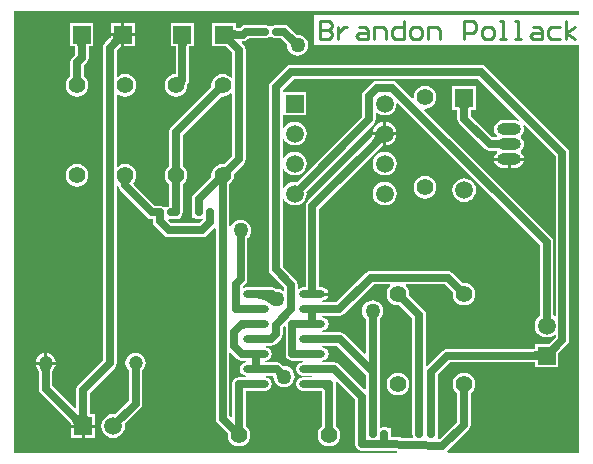
<source format=gtl>
%FSLAX25Y25*%
%MOIN*%
G70*
G01*
G75*
G04 Layer_Physical_Order=1*
G04 Layer_Color=255*
%ADD10C,0.02500*%
%ADD11R,0.05906X0.05906*%
%ADD12O,0.08661X0.02362*%
%ADD13R,0.02362X0.01969*%
%ADD14C,0.01000*%
%ADD15C,0.05512*%
%ADD16C,0.04724*%
%ADD17O,0.07874X0.03937*%
%ADD18O,0.07874X0.03937*%
%ADD19R,0.05906X0.05906*%
%ADD20C,0.05906*%
%ADD21C,0.05000*%
G36*
X281706Y172350D02*
Y148722D01*
X281181Y148319D01*
X280547Y147493D01*
X280149Y146532D01*
X280013Y145500D01*
X280149Y144468D01*
X280547Y143507D01*
X281181Y142681D01*
X282007Y142047D01*
X282968Y141649D01*
X284000Y141513D01*
X285032Y141649D01*
X285993Y142047D01*
X286558Y142480D01*
X287006Y142259D01*
Y141750D01*
X284708Y139453D01*
X280047D01*
Y137796D01*
X280038Y137794D01*
X250969D01*
X250091Y137619D01*
X249346Y137122D01*
X244288Y132063D01*
X243826Y132255D01*
Y148968D01*
X243651Y149846D01*
X243154Y150591D01*
X238225Y155519D01*
X238288Y156000D01*
X238159Y156981D01*
X237781Y157894D01*
X237179Y158679D01*
X237109Y158732D01*
X237269Y159206D01*
X250050D01*
X252775Y156481D01*
X252712Y156000D01*
X252841Y155019D01*
X253219Y154106D01*
X253821Y153321D01*
X254606Y152719D01*
X255520Y152341D01*
X256500Y152212D01*
X257481Y152341D01*
X258394Y152719D01*
X259179Y153321D01*
X259781Y154106D01*
X260159Y155019D01*
X260288Y156000D01*
X260159Y156981D01*
X259781Y157894D01*
X259179Y158679D01*
X258394Y159281D01*
X257481Y159659D01*
X256500Y159788D01*
X256019Y159725D01*
X252622Y163122D01*
X251878Y163619D01*
X251000Y163794D01*
X225400D01*
X224522Y163619D01*
X223778Y163122D01*
X213950Y153294D01*
X209225D01*
X209176Y153792D01*
X209949Y153946D01*
X210671Y154428D01*
X211153Y155149D01*
X211223Y155500D01*
X205949D01*
Y156500D01*
X211223D01*
X211153Y156851D01*
X210671Y157572D01*
X209949Y158054D01*
X209098Y158224D01*
X208243D01*
Y184499D01*
X228715Y204971D01*
X228715D01*
D01*
X228715Y204971D01*
X228715Y204971D01*
D01*
D01*
D01*
D01*
X228715Y204971D01*
X228820Y205076D01*
X229293Y205392D01*
X229500Y205433D01*
Y209000D01*
X225933D01*
X225892Y208793D01*
X225576Y208320D01*
X225471Y208215D01*
X225471D01*
X225471Y208215D01*
D01*
D01*
Y208215D01*
X225471Y208215D01*
D01*
D01*
D01*
X225471Y208215D01*
D01*
X204327Y187071D01*
X203829Y186327D01*
X203655Y185449D01*
Y158224D01*
X202799D01*
X201948Y158054D01*
X201585Y157812D01*
X201144Y158048D01*
Y159063D01*
X200970Y159941D01*
X200472Y160685D01*
X195994Y165163D01*
Y187561D01*
X196484Y187658D01*
X196547Y187507D01*
X197181Y186681D01*
X198007Y186047D01*
X198968Y185649D01*
X200000Y185513D01*
X201032Y185649D01*
X201993Y186047D01*
X202819Y186681D01*
X203453Y187507D01*
X203851Y188468D01*
X203987Y189500D01*
X203901Y190156D01*
X226322Y212578D01*
X226322Y212578D01*
X226322Y212578D01*
X226819Y213322D01*
X226994Y214200D01*
Y216259D01*
X227443Y216480D01*
X228007Y216047D01*
X228968Y215649D01*
X230000Y215513D01*
X231032Y215649D01*
X231993Y216047D01*
X232819Y216681D01*
X233453Y217507D01*
X233851Y218468D01*
X233979Y219442D01*
X234453Y219603D01*
X281706Y172350D01*
D02*
G37*
G36*
X179206Y222782D02*
Y202001D01*
X176481Y199276D01*
X176000Y199339D01*
X175020Y199210D01*
X174106Y198832D01*
X173321Y198230D01*
X172719Y197445D01*
X172341Y196532D01*
X172212Y195551D01*
X172275Y195071D01*
X166409Y189205D01*
X165912Y188461D01*
X165737Y187583D01*
Y183181D01*
X165850Y182613D01*
Y181197D01*
X166951D01*
X167154Y181062D01*
X168032Y180887D01*
X168910Y181062D01*
X168910D01*
X169268Y181197D01*
D01*
X169459Y180735D01*
X168287Y179563D01*
X158982D01*
X157941Y180604D01*
X158176Y181045D01*
X158969Y180887D01*
X160500D01*
X161378Y181062D01*
X162122Y181559D01*
X162619Y182303D01*
X162794Y183181D01*
X162794Y183181D01*
X162794Y183181D01*
Y183181D01*
Y192577D01*
X163179Y192873D01*
X163781Y193657D01*
X164159Y194571D01*
X164288Y195551D01*
X164159Y196532D01*
X163781Y197445D01*
X163179Y198230D01*
X162794Y198525D01*
Y209101D01*
X175519Y221826D01*
X176000Y221763D01*
X176980Y221892D01*
X177894Y222270D01*
X178679Y222872D01*
X178732Y222942D01*
X179206Y222782D01*
D02*
G37*
G36*
X223737Y129050D02*
Y124460D01*
X223275Y124269D01*
X214922Y132622D01*
X214178Y133119D01*
X213300Y133294D01*
X209225D01*
X209176Y133792D01*
X209949Y133946D01*
X210671Y134427D01*
X211153Y135149D01*
X211322Y136000D01*
X211153Y136851D01*
X210671Y137573D01*
X209949Y138055D01*
X209176Y138208D01*
X209225Y138706D01*
X214081D01*
X223737Y129050D01*
D02*
G37*
G36*
X274908Y214148D02*
X274630Y213732D01*
X274243Y213892D01*
X273468Y213994D01*
X269531D01*
X268757Y213892D01*
X268034Y213593D01*
X267414Y213117D01*
X266938Y212497D01*
X266639Y211775D01*
X266537Y211000D01*
X266639Y210225D01*
X266938Y209503D01*
X267414Y208883D01*
X267565Y208768D01*
X267404Y208294D01*
X265950D01*
X258794Y215450D01*
Y217392D01*
X258796Y217402D01*
X260453D01*
Y225307D01*
X252547D01*
Y217402D01*
X254204D01*
X254206Y217392D01*
Y214500D01*
X254380Y213622D01*
X254878Y212878D01*
X263378Y204378D01*
X264122Y203881D01*
X265000Y203706D01*
X267404D01*
X267565Y203232D01*
X267414Y203117D01*
X266938Y202497D01*
X266639Y201775D01*
X266603Y201500D01*
X276397D01*
X276361Y201775D01*
X276062Y202497D01*
X275586Y203117D01*
X275413Y203250D01*
Y203750D01*
X275586Y203883D01*
X276062Y204503D01*
X276361Y205225D01*
X276463Y206000D01*
X276361Y206775D01*
X276062Y207497D01*
X275586Y208117D01*
X275413Y208250D01*
Y208750D01*
X275586Y208883D01*
X276062Y209503D01*
X276361Y210225D01*
X276463Y211000D01*
X276361Y211775D01*
X276200Y212162D01*
X276616Y212440D01*
X287006Y202050D01*
Y148741D01*
X286719Y148599D01*
X286294Y148863D01*
Y173300D01*
X286120Y174178D01*
X285622Y174922D01*
X243222Y217322D01*
X243444Y217770D01*
X243500Y217763D01*
X244480Y217892D01*
X245394Y218270D01*
X246179Y218872D01*
X246781Y219657D01*
X247159Y220571D01*
X247288Y221551D01*
X247159Y222532D01*
X246781Y223445D01*
X246179Y224230D01*
X245394Y224832D01*
X244480Y225210D01*
X243500Y225340D01*
X242519Y225210D01*
X241606Y224832D01*
X240821Y224230D01*
X240219Y223445D01*
X239841Y222532D01*
X239712Y221551D01*
X239719Y221495D01*
X239271Y221274D01*
X234122Y226422D01*
X233378Y226920D01*
X232500Y227094D01*
X227500D01*
X226622Y226920D01*
X225878Y226422D01*
X223078Y223622D01*
X222581Y222878D01*
X222406Y222000D01*
Y215150D01*
X200656Y193401D01*
X200000Y193487D01*
X198968Y193351D01*
X198007Y192953D01*
X197181Y192319D01*
X196547Y191493D01*
X196484Y191342D01*
X195994Y191439D01*
Y197561D01*
X196484Y197658D01*
X196547Y197507D01*
X197181Y196681D01*
X198007Y196047D01*
X198968Y195649D01*
X200000Y195513D01*
X201032Y195649D01*
X201993Y196047D01*
X202819Y196681D01*
X203453Y197507D01*
X203851Y198468D01*
X203987Y199500D01*
X203851Y200532D01*
X203453Y201493D01*
X202819Y202319D01*
X201993Y202953D01*
X201032Y203351D01*
X200000Y203487D01*
X198968Y203351D01*
X198007Y202953D01*
X197181Y202319D01*
X196547Y201493D01*
X196484Y201342D01*
X195994Y201439D01*
Y207561D01*
X196484Y207658D01*
X196547Y207507D01*
X197181Y206681D01*
X198007Y206047D01*
X198968Y205649D01*
X200000Y205513D01*
X201032Y205649D01*
X201993Y206047D01*
X202819Y206681D01*
X203453Y207507D01*
X203851Y208468D01*
X203987Y209500D01*
X203851Y210532D01*
X203453Y211493D01*
X202819Y212319D01*
X201993Y212953D01*
X201032Y213351D01*
X200000Y213487D01*
X198968Y213351D01*
X198007Y212953D01*
X197181Y212319D01*
X196547Y211493D01*
X196484Y211342D01*
X195994Y211439D01*
Y215547D01*
X195994D01*
X196047D01*
X196348Y215547D01*
X196348Y215547D01*
Y215547D01*
X203953D01*
Y223453D01*
X196348D01*
X196348Y223453D01*
Y223453D01*
X196047Y223453D01*
X195994Y223506D01*
Y224050D01*
X199750Y227806D01*
X261250D01*
X274908Y214148D01*
D02*
G37*
G36*
X180878Y134378D02*
X181622Y133880D01*
X182500Y133706D01*
X183775D01*
X183824Y133208D01*
X183051Y133054D01*
X182329Y132572D01*
X181847Y131851D01*
X181678Y131000D01*
X181847Y130149D01*
X182329Y129428D01*
X183051Y128946D01*
X183824Y128792D01*
X183775Y128294D01*
X181500D01*
X180622Y128120D01*
X179878Y127622D01*
X179381Y126878D01*
X179206Y126000D01*
Y115192D01*
X178744Y115000D01*
X178294Y115450D01*
Y136308D01*
X178756Y136500D01*
X180878Y134378D01*
D02*
G37*
G36*
X231891Y158732D02*
X231821Y158679D01*
X231219Y157894D01*
X230841Y156981D01*
X230712Y156000D01*
X230841Y155019D01*
X231219Y154106D01*
X231821Y153321D01*
X232606Y152719D01*
X233520Y152341D01*
X234500Y152212D01*
X234981Y152275D01*
X239237Y148018D01*
Y109500D01*
X239351Y108932D01*
Y108269D01*
X238990Y107923D01*
X232263Y108201D01*
Y109500D01*
X232150Y110068D01*
Y111484D01*
X231049D01*
X230847Y111619D01*
X229969Y111794D01*
X229091Y111619D01*
X228888Y111484D01*
X228326D01*
Y130000D01*
X228326Y130000D01*
X228326Y130000D01*
Y130000D01*
Y147749D01*
X228528Y147904D01*
X229089Y148635D01*
X229441Y149486D01*
X229562Y150400D01*
X229441Y151314D01*
X229089Y152165D01*
X228528Y152896D01*
X227797Y153457D01*
X226945Y153810D01*
X226031Y153930D01*
X225118Y153810D01*
X224266Y153457D01*
X223535Y152896D01*
X222974Y152165D01*
X222621Y151314D01*
X222501Y150400D01*
X222621Y149486D01*
X222974Y148635D01*
X223535Y147904D01*
X223737Y147749D01*
Y136192D01*
X223275Y136000D01*
X216654Y142622D01*
X215909Y143120D01*
X215031Y143294D01*
X209225D01*
X209176Y143792D01*
X209949Y143946D01*
X210671Y144428D01*
X211153Y145149D01*
X211322Y146000D01*
X211153Y146851D01*
X210671Y147573D01*
X209949Y148055D01*
X209176Y148208D01*
X209225Y148706D01*
X214900D01*
X215778Y148881D01*
X216522Y149378D01*
X216522Y149378D01*
X216522Y149378D01*
X226350Y159206D01*
X231731D01*
X231891Y158732D01*
D02*
G37*
G36*
X294971Y248998D02*
X206500D01*
Y239000D01*
X294971D01*
Y103029D01*
X250987D01*
X250851Y103511D01*
X250854Y103512D01*
X250882Y103551D01*
X250922Y103578D01*
X258122Y110778D01*
X258619Y111522D01*
X258794Y112400D01*
X258794Y112400D01*
X258794Y112400D01*
Y112400D01*
Y123026D01*
X259179Y123321D01*
X259781Y124106D01*
X260159Y125020D01*
X260288Y126000D01*
X260159Y126980D01*
X259781Y127894D01*
X259179Y128679D01*
X258394Y129281D01*
X257481Y129659D01*
X256500Y129788D01*
X255520Y129659D01*
X254606Y129281D01*
X253821Y128679D01*
X253219Y127894D01*
X252841Y126980D01*
X252712Y126000D01*
X252841Y125020D01*
X253219Y124106D01*
X253821Y123321D01*
X254206Y123026D01*
Y113350D01*
X248389Y107534D01*
X247650Y107564D01*
Y108932D01*
X247763Y109500D01*
Y129050D01*
X251919Y133206D01*
X280038D01*
X280047Y133204D01*
Y131547D01*
X287953D01*
Y136208D01*
X290922Y139178D01*
X291420Y139922D01*
X291594Y140800D01*
Y203000D01*
X291594Y203000D01*
X291594Y203000D01*
Y203000D01*
X291594D01*
X291594Y203000D01*
X291420Y203878D01*
X290922Y204622D01*
X263822Y231722D01*
X263078Y232220D01*
X262200Y232394D01*
X198800D01*
X197922Y232220D01*
X197178Y231722D01*
X192078Y226622D01*
X191580Y225878D01*
X191406Y225000D01*
Y164213D01*
X191580Y163335D01*
X192078Y162591D01*
X196556Y158113D01*
Y157392D01*
X196107Y157171D01*
X195865Y157357D01*
X195014Y157710D01*
X194100Y157830D01*
X193775Y157787D01*
X193278Y158119D01*
X192400Y158294D01*
X187051D01*
X186698Y158224D01*
X183902D01*
X183081Y158061D01*
X182942Y158174D01*
X182918Y158673D01*
X183622Y159378D01*
X183622Y159378D01*
X183622Y159378D01*
X184119Y160122D01*
X184294Y161000D01*
Y174549D01*
X184496Y174704D01*
X185057Y175435D01*
X185410Y176286D01*
X185530Y177200D01*
X185410Y178114D01*
X185057Y178965D01*
X184496Y179696D01*
X183765Y180257D01*
X182914Y180610D01*
X182000Y180730D01*
X181086Y180610D01*
X180235Y180257D01*
X179504Y179696D01*
X178943Y178965D01*
X178785Y178583D01*
X178294Y178681D01*
Y192577D01*
X178679Y192873D01*
X179281Y193657D01*
X179659Y194571D01*
X179788Y195551D01*
X179725Y196032D01*
X183122Y199429D01*
X183619Y200173D01*
X183794Y201051D01*
Y237390D01*
X183619Y238268D01*
X183122Y239012D01*
X182390Y239744D01*
X182581Y240206D01*
X182700D01*
X183578Y240381D01*
X184322Y240878D01*
X184650Y241206D01*
X190032D01*
X190910Y241381D01*
X191112Y241516D01*
X192888D01*
X193091Y241381D01*
X193969Y241206D01*
X195550D01*
X197503Y239253D01*
X197470Y239000D01*
X197590Y238086D01*
X197943Y237235D01*
X198504Y236504D01*
X199235Y235943D01*
X200086Y235590D01*
X201000Y235470D01*
X201914Y235590D01*
X202765Y235943D01*
X203496Y236504D01*
X204057Y237235D01*
X204410Y238086D01*
X204530Y239000D01*
X204410Y239914D01*
X204057Y240765D01*
X203496Y241496D01*
X202765Y242057D01*
X201914Y242410D01*
X201000Y242530D01*
X200747Y242497D01*
X198122Y245122D01*
X197378Y245620D01*
X196500Y245794D01*
X193969D01*
X193091Y245620D01*
X192888Y245484D01*
X191112D01*
X190910Y245620D01*
X190032Y245794D01*
X183700D01*
X182822Y245620D01*
X182078Y245122D01*
X181750Y244794D01*
X180352D01*
X180343Y244796D01*
Y246453D01*
X172437D01*
Y238547D01*
X177098D01*
X179206Y236440D01*
Y228321D01*
X178732Y228160D01*
X178679Y228230D01*
X177894Y228832D01*
X176980Y229210D01*
X176000Y229340D01*
X175020Y229210D01*
X174106Y228832D01*
X173321Y228230D01*
X172719Y227445D01*
X172341Y226532D01*
X172212Y225551D01*
X172275Y225071D01*
X158878Y211673D01*
X158380Y210929D01*
X158206Y210051D01*
Y198525D01*
X157821Y198230D01*
X157219Y197445D01*
X156841Y196532D01*
X156712Y195551D01*
X156841Y194571D01*
X157219Y193657D01*
X157821Y192873D01*
X158206Y192577D01*
Y185324D01*
X158091Y185301D01*
X157888Y185166D01*
X156112D01*
X155909Y185301D01*
X155031Y185475D01*
X153450D01*
X146592Y192333D01*
X146179Y192873D01*
X146781Y193657D01*
X147159Y194571D01*
X147288Y195551D01*
X147159Y196532D01*
X146781Y197445D01*
X146179Y198230D01*
X145394Y198832D01*
X144481Y199210D01*
X143500Y199339D01*
X142519Y199210D01*
X141606Y198832D01*
X141142Y198476D01*
X140694Y198698D01*
Y222405D01*
X141142Y222626D01*
X141606Y222270D01*
X142519Y221892D01*
X143500Y221763D01*
X144481Y221892D01*
X145394Y222270D01*
X146179Y222872D01*
X146781Y223657D01*
X147159Y224571D01*
X147288Y225551D01*
X147159Y226532D01*
X146781Y227445D01*
X146179Y228230D01*
X145394Y228832D01*
X144481Y229210D01*
X143500Y229340D01*
X142519Y229210D01*
X141606Y228832D01*
X141142Y228477D01*
X140694Y228698D01*
Y237143D01*
X141522Y237971D01*
X141522D01*
D01*
X141522Y237971D01*
X141522Y237971D01*
D01*
D01*
D01*
D01*
X141522Y237971D01*
X141628Y238076D01*
X142101Y238392D01*
X142307Y238433D01*
Y242000D01*
X138740D01*
X138699Y241793D01*
X138383Y241320D01*
X138278Y241215D01*
X138278D01*
X138278Y241215D01*
D01*
D01*
Y241215D01*
X138278Y241215D01*
D01*
D01*
D01*
X138278Y241215D01*
D01*
X136778Y239715D01*
X136281Y238971D01*
X136106Y238093D01*
Y133950D01*
X127878Y125722D01*
X127381Y124978D01*
X127206Y124100D01*
Y118192D01*
X126744Y118000D01*
X119294Y125450D01*
Y130377D01*
X119365Y130547D01*
X119409Y130591D01*
X119409Y130591D01*
X119536Y130781D01*
X119937Y131304D01*
X120276Y132122D01*
X120325Y132500D01*
X113675D01*
X113724Y132122D01*
X114063Y131304D01*
X114464Y130781D01*
X114591Y130591D01*
X114591Y130591D01*
X114636Y130547D01*
X114706Y130377D01*
X114706Y130377D01*
X114706D01*
Y124500D01*
X114881Y123622D01*
X115378Y122878D01*
X124971Y113285D01*
Y113285D01*
X124971Y113285D01*
X124971Y113285D01*
X124971Y113285D01*
D01*
D01*
D01*
D01*
X124971Y113285D01*
X125076Y113180D01*
X125392Y112706D01*
X125433Y112500D01*
X133453D01*
Y115953D01*
X131796D01*
X131794Y115962D01*
Y123150D01*
X140022Y131378D01*
X140022Y131378D01*
X140022Y131378D01*
X140519Y132122D01*
X140694Y133000D01*
Y192151D01*
X140777Y192207D01*
X141239Y192015D01*
X141381Y191303D01*
X141878Y190559D01*
X150878Y181559D01*
X151622Y181062D01*
X152500Y180887D01*
X152737D01*
Y180269D01*
X152912Y179391D01*
X153409Y178647D01*
X153409Y178646D01*
X153409Y178646D01*
X156409Y175646D01*
X156409D01*
X156409Y175646D01*
X156409Y175646D01*
Y175646D01*
X157153Y175149D01*
X158031Y174975D01*
X169237D01*
X170115Y175149D01*
X170859Y175646D01*
X173244Y178031D01*
X173706Y177840D01*
Y114500D01*
X173881Y113622D01*
X174378Y112878D01*
X174378Y112878D01*
X174378Y112878D01*
X177775Y109481D01*
X177712Y109000D01*
X177841Y108019D01*
X178219Y107106D01*
X178821Y106321D01*
X179606Y105719D01*
X180519Y105341D01*
X181500Y105212D01*
X182481Y105341D01*
X183394Y105719D01*
X184179Y106321D01*
X184781Y107106D01*
X185159Y108019D01*
X185288Y109000D01*
X185159Y109980D01*
X184781Y110894D01*
X184179Y111679D01*
X183794Y111974D01*
Y123706D01*
X187051D01*
X187404Y123776D01*
X190201D01*
X191052Y123945D01*
X191773Y124427D01*
X192255Y125149D01*
X192425Y126000D01*
X192255Y126851D01*
X191773Y127573D01*
X191052Y128054D01*
X190279Y128208D01*
X190328Y128706D01*
X192789D01*
X192970Y128500D01*
X193090Y127586D01*
X193443Y126735D01*
X194004Y126004D01*
X194735Y125443D01*
X195586Y125090D01*
X196500Y124970D01*
X197414Y125090D01*
X198265Y125443D01*
X198996Y126004D01*
X199557Y126735D01*
X199910Y127586D01*
X200030Y128500D01*
X199910Y129414D01*
X199557Y130265D01*
X198996Y130996D01*
X198265Y131557D01*
X197414Y131910D01*
X196500Y132030D01*
X196247Y131997D01*
X195622Y132622D01*
X194878Y133119D01*
X194000Y133294D01*
X190328D01*
X190279Y133792D01*
X191052Y133946D01*
X191773Y134427D01*
X192255Y135149D01*
X192425Y136000D01*
X192255Y136851D01*
X191773Y137573D01*
X191052Y138055D01*
X190279Y138208D01*
X190328Y138706D01*
X192100D01*
X192978Y138881D01*
X193722Y139378D01*
X193722Y139378D01*
X193722Y139378D01*
X195322Y140978D01*
X195322Y140978D01*
X195322Y140978D01*
X195819Y141722D01*
X195994Y142600D01*
Y144800D01*
X196544Y145350D01*
X197006Y145158D01*
Y136000D01*
X197006Y136000D01*
X197006D01*
X197180Y135122D01*
X197678Y134378D01*
X198422Y133880D01*
X199300Y133706D01*
X202672D01*
X202721Y133208D01*
X201948Y133054D01*
X201227Y132572D01*
X200745Y131851D01*
X200575Y131000D01*
X200745Y130149D01*
X201227Y129428D01*
X201948Y128946D01*
X202799Y128776D01*
X205596D01*
X205727Y128750D01*
Y128250D01*
X205596Y128224D01*
X202799D01*
X201948Y128054D01*
X201227Y127573D01*
X200745Y126851D01*
X200575Y126000D01*
X200745Y125149D01*
X201227Y124427D01*
X201948Y123945D01*
X202799Y123776D01*
X205596D01*
X205949Y123706D01*
X209170D01*
X209206Y123618D01*
Y111974D01*
X208821Y111679D01*
X208219Y110894D01*
X207841Y109980D01*
X207712Y109000D01*
X207841Y108019D01*
X208219Y107106D01*
X208821Y106321D01*
X209606Y105719D01*
X210520Y105341D01*
X211500Y105212D01*
X212480Y105341D01*
X213394Y105719D01*
X214179Y106321D01*
X214781Y107106D01*
X215159Y108019D01*
X215288Y109000D01*
X215159Y109980D01*
X214781Y110894D01*
X214179Y111679D01*
X213794Y111974D01*
Y126000D01*
X213649Y126730D01*
X214090Y126966D01*
X220206Y120850D01*
Y106000D01*
X220380Y105122D01*
X220878Y104378D01*
X221622Y103881D01*
X222500Y103706D01*
X229921D01*
X234189Y103529D01*
X234179Y103029D01*
X106529D01*
Y250471D01*
X294971D01*
Y248998D01*
D02*
G37*
%LPC*%
G36*
X230000Y193487D02*
X228968Y193351D01*
X228007Y192953D01*
X227181Y192319D01*
X226547Y191493D01*
X226149Y190532D01*
X226013Y189500D01*
X226149Y188468D01*
X226547Y187507D01*
X227181Y186681D01*
X228007Y186047D01*
X228968Y185649D01*
X230000Y185513D01*
X231032Y185649D01*
X231993Y186047D01*
X232819Y186681D01*
X233453Y187507D01*
X233851Y188468D01*
X233987Y189500D01*
X233851Y190532D01*
X233453Y191493D01*
X232819Y192319D01*
X231993Y192953D01*
X231032Y193351D01*
X230000Y193487D01*
D02*
G37*
G36*
X117500Y136325D02*
Y133500D01*
X120325D01*
X120276Y133878D01*
X119937Y134696D01*
X119398Y135398D01*
X118696Y135937D01*
X117878Y136276D01*
X117500Y136325D01*
D02*
G37*
G36*
X243500Y195340D02*
X242519Y195210D01*
X241606Y194832D01*
X240821Y194230D01*
X240219Y193445D01*
X239841Y192532D01*
X239712Y191551D01*
X239841Y190571D01*
X240219Y189657D01*
X240821Y188873D01*
X241606Y188270D01*
X242519Y187892D01*
X243500Y187763D01*
X244480Y187892D01*
X245394Y188270D01*
X246179Y188873D01*
X246781Y189657D01*
X247159Y190571D01*
X247288Y191551D01*
X247159Y192532D01*
X246781Y193445D01*
X246179Y194230D01*
X245394Y194832D01*
X244480Y195210D01*
X243500Y195340D01*
D02*
G37*
G36*
X256500Y194632D02*
X255468Y194497D01*
X254507Y194098D01*
X253681Y193465D01*
X253047Y192639D01*
X252649Y191677D01*
X252513Y190646D01*
X252649Y189614D01*
X253047Y188652D01*
X253681Y187827D01*
X254507Y187193D01*
X255468Y186795D01*
X256500Y186659D01*
X257532Y186795D01*
X258493Y187193D01*
X259319Y187827D01*
X259953Y188652D01*
X260351Y189614D01*
X260487Y190646D01*
X260351Y191677D01*
X259953Y192639D01*
X259319Y193465D01*
X258493Y194098D01*
X257532Y194497D01*
X256500Y194632D01*
D02*
G37*
G36*
X116500Y136325D02*
X116122Y136276D01*
X115304Y135937D01*
X114602Y135398D01*
X114063Y134696D01*
X113724Y133878D01*
X113675Y133500D01*
X116500D01*
Y136325D01*
D02*
G37*
G36*
X129000Y111500D02*
X125547D01*
Y108047D01*
X129000D01*
Y111500D01*
D02*
G37*
G36*
X133453D02*
X130000D01*
Y108047D01*
X133453D01*
Y111500D01*
D02*
G37*
G36*
X147000Y136391D02*
X146122Y136276D01*
X145304Y135937D01*
X144602Y135398D01*
X144063Y134696D01*
X143724Y133878D01*
X143609Y133000D01*
X143724Y132122D01*
X144063Y131304D01*
X144602Y130602D01*
X144706Y130522D01*
Y120450D01*
X140156Y115901D01*
X139500Y115987D01*
X138468Y115851D01*
X137507Y115453D01*
X136681Y114819D01*
X136047Y113993D01*
X135649Y113032D01*
X135513Y112000D01*
X135649Y110968D01*
X136047Y110007D01*
X136681Y109181D01*
X137507Y108547D01*
X138468Y108149D01*
X139500Y108013D01*
X140532Y108149D01*
X141493Y108547D01*
X142319Y109181D01*
X142953Y110007D01*
X143351Y110968D01*
X143487Y112000D01*
X143401Y112656D01*
X148622Y117878D01*
X148622Y117878D01*
X148622Y117878D01*
X149119Y118622D01*
X149294Y119500D01*
Y130522D01*
X149398Y130602D01*
X149937Y131304D01*
X150276Y132122D01*
X150391Y133000D01*
X150276Y133878D01*
X149937Y134696D01*
X149398Y135398D01*
X148696Y135937D01*
X147878Y136276D01*
X147000Y136391D01*
D02*
G37*
G36*
X234500Y129788D02*
X233520Y129659D01*
X232606Y129281D01*
X231821Y128679D01*
X231219Y127894D01*
X230841Y126980D01*
X230712Y126000D01*
X230841Y125020D01*
X231219Y124106D01*
X231821Y123321D01*
X232606Y122719D01*
X233520Y122341D01*
X234500Y122212D01*
X235480Y122341D01*
X236394Y122719D01*
X237179Y123321D01*
X237781Y124106D01*
X238159Y125020D01*
X238288Y126000D01*
X238159Y126980D01*
X237781Y127894D01*
X237179Y128679D01*
X236394Y129281D01*
X235480Y129659D01*
X234500Y129788D01*
D02*
G37*
G36*
X166563Y246453D02*
X158657D01*
Y238547D01*
X160314D01*
X160316Y238538D01*
Y229315D01*
X159520Y229210D01*
X158606Y228832D01*
X157821Y228230D01*
X157219Y227445D01*
X156841Y226532D01*
X156712Y225551D01*
X156841Y224571D01*
X157219Y223657D01*
X157821Y222872D01*
X158606Y222270D01*
X159520Y221892D01*
X160500Y221763D01*
X161480Y221892D01*
X162394Y222270D01*
X163179Y222872D01*
X163781Y223657D01*
X164159Y224571D01*
X164288Y225551D01*
X164269Y225701D01*
X164283Y225775D01*
X164242Y225980D01*
X164244Y225972D01*
X164244Y226034D01*
D01*
D01*
D01*
X164244Y226034D01*
X164246Y226039D01*
X164246D01*
X164246Y226039D01*
X164269Y226094D01*
X164730Y226783D01*
X164904Y227661D01*
Y238538D01*
X164906Y238547D01*
X166563D01*
Y246453D01*
D02*
G37*
G36*
X132980D02*
X125075D01*
Y238547D01*
X126732D01*
X126734Y238538D01*
Y235678D01*
X125878Y234822D01*
X125381Y234078D01*
X125206Y233200D01*
Y228525D01*
X124821Y228230D01*
X124219Y227445D01*
X123841Y226532D01*
X123712Y225551D01*
X123841Y224571D01*
X124219Y223657D01*
X124821Y222872D01*
X125606Y222270D01*
X126520Y221892D01*
X127500Y221763D01*
X128481Y221892D01*
X129394Y222270D01*
X130179Y222872D01*
X130781Y223657D01*
X131159Y224571D01*
X131288Y225551D01*
X131159Y226532D01*
X130781Y227445D01*
X130179Y228230D01*
X129794Y228525D01*
Y232250D01*
X130650Y233105D01*
X131147Y233850D01*
X131322Y234728D01*
Y238538D01*
X131324Y238547D01*
X132980D01*
Y246453D01*
D02*
G37*
G36*
X230500Y213421D02*
Y210000D01*
X233921D01*
X233851Y210532D01*
X233453Y211493D01*
X232819Y212319D01*
X231993Y212953D01*
X231032Y213351D01*
X230500Y213421D01*
D02*
G37*
G36*
X146760Y246453D02*
X143307D01*
Y243000D01*
X146760D01*
Y246453D01*
D02*
G37*
G36*
X142307D02*
X138854D01*
Y243000D01*
X142307D01*
Y246453D01*
D02*
G37*
G36*
X146760Y242000D02*
X143307D01*
Y238547D01*
X146760D01*
Y242000D01*
D02*
G37*
G36*
X271000Y200500D02*
X266603D01*
X266639Y200225D01*
X266938Y199503D01*
X267414Y198883D01*
X268034Y198407D01*
X268757Y198108D01*
X269531Y198006D01*
X271000D01*
Y200500D01*
D02*
G37*
G36*
X230000Y203487D02*
X228968Y203351D01*
X228007Y202953D01*
X227181Y202319D01*
X226547Y201493D01*
X226149Y200532D01*
X226013Y199500D01*
X226149Y198468D01*
X226547Y197507D01*
X227181Y196681D01*
X228007Y196047D01*
X228968Y195649D01*
X230000Y195513D01*
X231032Y195649D01*
X231993Y196047D01*
X232819Y196681D01*
X233453Y197507D01*
X233851Y198468D01*
X233987Y199500D01*
X233851Y200532D01*
X233453Y201493D01*
X232819Y202319D01*
X231993Y202953D01*
X231032Y203351D01*
X230000Y203487D01*
D02*
G37*
G36*
X127500Y199339D02*
X126520Y199210D01*
X125606Y198832D01*
X124821Y198230D01*
X124219Y197445D01*
X123841Y196532D01*
X123712Y195551D01*
X123841Y194571D01*
X124219Y193657D01*
X124821Y192873D01*
X125606Y192270D01*
X126520Y191892D01*
X127500Y191763D01*
X128481Y191892D01*
X129394Y192270D01*
X130179Y192873D01*
X130781Y193657D01*
X131159Y194571D01*
X131288Y195551D01*
X131159Y196532D01*
X130781Y197445D01*
X130179Y198230D01*
X129394Y198832D01*
X128481Y199210D01*
X127500Y199339D01*
D02*
G37*
G36*
X229500Y213421D02*
X228968Y213351D01*
X228007Y212953D01*
X227181Y212319D01*
X226547Y211493D01*
X226149Y210532D01*
X226079Y210000D01*
X229500D01*
Y213421D01*
D02*
G37*
G36*
X233921Y209000D02*
X230500D01*
Y205579D01*
X231032Y205649D01*
X231993Y206047D01*
X232819Y206681D01*
X233453Y207507D01*
X233851Y208468D01*
X233921Y209000D01*
D02*
G37*
G36*
X276397Y200500D02*
X272000D01*
Y198006D01*
X273468D01*
X274243Y198108D01*
X274966Y198407D01*
X275586Y198883D01*
X276062Y199503D01*
X276361Y200225D01*
X276397Y200500D01*
D02*
G37*
%LPD*%
D10*
X190956Y155193D02*
G03*
X193370Y155314I1113J1928D01*
G01*
X189932Y155348D02*
G03*
X193454Y155370I1742J2967D01*
G01*
X193210Y153423D02*
G03*
X187052Y156000I-6158J-6068D01*
G01*
X190141Y155966D02*
G03*
X191730Y154746I2266J1308D01*
G01*
X183902Y146069D02*
G03*
X181626Y145126I0J-3217D01*
G01*
X211500Y123599D02*
G03*
X209100Y126069I-2471J0D01*
G01*
X130232Y241296D02*
G03*
X129028Y238389I2907J-2907D01*
G01*
D02*
G03*
X127824Y241296I-4111J0D01*
G01*
X142807Y240797D02*
G03*
X139900Y239593I0J-4111D01*
G01*
X139900Y239593D02*
G03*
X141104Y242500I-2907J2907D01*
G01*
X177594Y243704D02*
G03*
X180501Y242500I2907J2907D01*
G01*
D02*
G03*
X177594Y241296I0J-4111D01*
G01*
X163814D02*
G03*
X162610Y238389I2907J-2907D01*
G01*
D02*
G03*
X161406Y241296I-4111J0D01*
G01*
X127797Y112000D02*
G03*
X126593Y114907I-4111J0D01*
G01*
X126593Y114907D02*
G03*
X129500Y113703I2907J2907D01*
G01*
X128296Y113204D02*
G03*
X129500Y116111I-2907J2907D01*
G01*
D02*
G03*
X130704Y113204I4111J0D01*
G01*
X282796Y134296D02*
G03*
X279889Y135500I-2907J-2907D01*
G01*
D02*
G03*
X282796Y136704I0J4111D01*
G01*
X230000Y207797D02*
G03*
X227093Y206593I0J-4111D01*
G01*
X227093Y206593D02*
G03*
X228297Y209500I-2907J2907D01*
G01*
X257704Y220150D02*
G03*
X256500Y217244I2907J-2907D01*
G01*
D02*
G03*
X255296Y220150I-4111J0D01*
G01*
X117786Y132214D02*
G03*
X117000Y130315I1899J-1899D01*
G01*
D02*
G03*
X116214Y132214I-2685J0D01*
G01*
X144504Y194429D02*
G03*
X143500Y192181I2013J-2248D01*
G01*
D02*
G03*
X142496Y194429I-3017J0D01*
G01*
X160724Y227040D02*
G03*
X162610Y227661I328J2179D01*
G01*
X162610Y227661D02*
G03*
X161989Y225775I1558J-1558D01*
G01*
X193210Y153423D02*
G03*
X187052Y156000I-6158J-6068D01*
G01*
X183902Y146069D02*
G03*
X181626Y145126I0J-3217D01*
G01*
X211500Y123599D02*
G03*
X209100Y126069I-2471J0D01*
G01*
X130232Y241296D02*
G03*
X129028Y238389I2907J-2907D01*
G01*
D02*
G03*
X127824Y241296I-4111J0D01*
G01*
X142807Y240797D02*
G03*
X139900Y239593I0J-4111D01*
G01*
X139900Y239593D02*
G03*
X141104Y242500I-2907J2907D01*
G01*
X177594Y243704D02*
G03*
X180501Y242500I2907J2907D01*
G01*
D02*
G03*
X177594Y241296I0J-4111D01*
G01*
X163814D02*
G03*
X162610Y238389I2907J-2907D01*
G01*
D02*
G03*
X161406Y241296I-4111J0D01*
G01*
X127797Y112000D02*
G03*
X126593Y114907I-4111J0D01*
G01*
X126593Y114907D02*
G03*
X129500Y113703I2907J2907D01*
G01*
X128296Y113204D02*
G03*
X129500Y116111I-2907J2907D01*
G01*
D02*
G03*
X130704Y113204I4111J0D01*
G01*
X282796Y134296D02*
G03*
X279889Y135500I-2907J-2907D01*
G01*
D02*
G03*
X282796Y136704I0J4111D01*
G01*
X230000Y207797D02*
G03*
X227093Y206593I0J-4111D01*
G01*
X227093Y206593D02*
G03*
X228297Y209500I-2907J2907D01*
G01*
X257704Y220150D02*
G03*
X256500Y217244I2907J-2907D01*
G01*
D02*
G03*
X255296Y220150I-4111J0D01*
G01*
X117786Y132214D02*
G03*
X117000Y130315I1899J-1899D01*
G01*
D02*
G03*
X116214Y132214I-2685J0D01*
G01*
X144504Y194429D02*
G03*
X143500Y192181I2013J-2248D01*
G01*
D02*
G03*
X142496Y194429I-3017J0D01*
G01*
X160724Y227040D02*
G03*
X162610Y227661I328J2179D01*
G01*
X162610Y227661D02*
G03*
X161989Y225775I1558J-1558D01*
G01*
X205949Y146000D02*
Y151000D01*
X187051Y131000D02*
Y136000D01*
X127500Y225551D02*
Y233200D01*
X129028Y234728D01*
Y242500D01*
X176390D02*
X182700D01*
X183700Y243500D01*
X190032D01*
X199300Y146000D02*
X205949D01*
X199300Y136000D02*
Y146000D01*
Y136000D02*
X205949D01*
X182500D02*
X187051D01*
X179800Y138700D02*
X182500Y136000D01*
X179800Y138700D02*
Y143300D01*
X182500Y146000D01*
X187051D01*
X155031Y180269D02*
Y183181D01*
Y180269D02*
X158031Y177269D01*
X169237D01*
X171969Y180000D01*
Y183181D01*
X205949Y126000D02*
X211500D01*
X181500D02*
X187051D01*
X117000Y124500D02*
X129500Y112000D01*
X117000Y124500D02*
Y133000D01*
X241532Y109500D02*
Y148968D01*
X234500Y156000D02*
X241532Y148968D01*
X168032Y187583D02*
X176000Y195551D01*
X168032Y183181D02*
Y187583D01*
X143500Y192181D02*
Y195551D01*
Y192181D02*
X152500Y183181D01*
X155031D01*
X158969D02*
X160500D01*
X265000Y206000D02*
X271500D01*
X256500Y214500D02*
X265000Y206000D01*
X256500Y214500D02*
Y221354D01*
X205949Y185449D02*
X230000Y209500D01*
X205949Y156000D02*
Y185449D01*
X187051Y131000D02*
X194000D01*
X196500Y128500D01*
X138400Y238093D02*
X142807Y242500D01*
X138400Y133000D02*
Y238093D01*
X129500Y124100D02*
X138400Y133000D01*
X129500Y112000D02*
Y124100D01*
X180400Y151000D02*
X187051D01*
X180400D02*
Y159400D01*
X182000Y161000D01*
Y177200D01*
X205949Y141000D02*
X215031D01*
X226031Y130000D01*
Y109500D02*
Y130000D01*
X284000Y135500D02*
X289300Y140800D01*
Y203000D01*
X262200Y230100D02*
X289300Y203000D01*
X198800Y230100D02*
X262200D01*
X193700Y225000D02*
X198800Y230100D01*
X193700Y164213D02*
Y225000D01*
Y164213D02*
X198850Y159063D01*
Y150900D02*
Y159063D01*
X193700Y145750D02*
X198850Y150900D01*
X193700Y142600D02*
Y145750D01*
X192100Y141000D02*
X193700Y142600D01*
X187051Y141000D02*
X192100D01*
X251000Y161500D02*
X256500Y156000D01*
X225400Y161500D02*
X251000D01*
X214900Y151000D02*
X225400Y161500D01*
X205949Y151000D02*
X214900D01*
X160500Y225551D02*
X162610Y227661D01*
Y242500D01*
X187051Y156000D02*
X192400D01*
X194100Y154300D01*
X229969Y106000D02*
Y109500D01*
X222500Y106000D02*
X229969D01*
X222500D02*
Y121800D01*
X213300Y131000D02*
X222500Y121800D01*
X205949Y131000D02*
X213300D01*
X256500Y112400D02*
Y126000D01*
X249300Y105200D02*
X256500Y112400D01*
X229969Y106000D02*
X249300Y105200D01*
X196500Y243500D02*
X201000Y239000D01*
X193969Y243500D02*
X196500D01*
X160500Y210051D02*
X176000Y225551D01*
X160500Y195551D02*
Y210051D01*
X250969Y135500D02*
X284000D01*
X245469Y130000D02*
X250969Y135500D01*
X245469Y109500D02*
Y130000D01*
X139500Y112000D02*
X147000Y119500D01*
Y133000D01*
X176000Y114500D02*
X181500Y109000D01*
X176000Y114500D02*
Y195551D01*
X284000Y145500D02*
Y173300D01*
X232500Y224800D02*
X284000Y173300D01*
X227500Y224800D02*
X232500D01*
X224700Y222000D02*
X227500Y224800D01*
X224700Y214200D02*
Y222000D01*
X200000Y189500D02*
X224700Y214200D01*
X176000Y195551D02*
X181500Y201051D01*
Y237390D01*
X176390Y242500D02*
X181500Y237390D01*
X211500Y109000D02*
Y126000D01*
X226031Y130000D02*
Y150400D01*
X160500Y183181D02*
Y195551D01*
X181500Y109000D02*
Y126000D01*
D11*
X162610Y242500D02*
D03*
X176390D02*
D03*
X142807D02*
D03*
X129028D02*
D03*
X200000Y219500D02*
D03*
X129500Y112000D02*
D03*
D12*
X205949Y126000D02*
D03*
Y131000D02*
D03*
Y136000D02*
D03*
Y141000D02*
D03*
Y146000D02*
D03*
Y151000D02*
D03*
Y156000D02*
D03*
X187051Y126000D02*
D03*
Y131000D02*
D03*
Y136000D02*
D03*
Y141000D02*
D03*
Y146000D02*
D03*
Y151000D02*
D03*
Y156000D02*
D03*
D13*
X241532Y109500D02*
D03*
X245469D02*
D03*
X229969D02*
D03*
X226031D02*
D03*
X158969Y183181D02*
D03*
X155031D02*
D03*
X168032D02*
D03*
X171969D02*
D03*
X190032Y243500D02*
D03*
X193969D02*
D03*
D14*
X208500Y246998D02*
Y241000D01*
X211499D01*
X212499Y242000D01*
Y242999D01*
X211499Y243999D01*
X208500D01*
X211499D01*
X212499Y244999D01*
Y245998D01*
X211499Y246998D01*
X208500D01*
X214498Y244999D02*
Y241000D01*
Y242999D01*
X215498Y243999D01*
X216497Y244999D01*
X217497D01*
X221496D02*
X223495D01*
X224495Y243999D01*
Y241000D01*
X221496D01*
X220496Y242000D01*
X221496Y242999D01*
X224495D01*
X226494Y241000D02*
Y244999D01*
X229493D01*
X230493Y243999D01*
Y241000D01*
X236491Y246998D02*
Y241000D01*
X233492D01*
X232492Y242000D01*
Y243999D01*
X233492Y244999D01*
X236491D01*
X239490Y241000D02*
X241489D01*
X242489Y242000D01*
Y243999D01*
X241489Y244999D01*
X239490D01*
X238490Y243999D01*
Y242000D01*
X239490Y241000D01*
X244488D02*
Y244999D01*
X247487D01*
X248487Y243999D01*
Y241000D01*
X256485D02*
Y246998D01*
X259484D01*
X260483Y245998D01*
Y243999D01*
X259484Y242999D01*
X256485D01*
X263482Y241000D02*
X265482D01*
X266481Y242000D01*
Y243999D01*
X265482Y244999D01*
X263482D01*
X262483Y243999D01*
Y242000D01*
X263482Y241000D01*
X268481D02*
X270480D01*
X269480D01*
Y246998D01*
X268481D01*
X273479Y241000D02*
X275478D01*
X274479D01*
Y246998D01*
X273479D01*
X279477Y244999D02*
X281476D01*
X282476Y243999D01*
Y241000D01*
X279477D01*
X278477Y242000D01*
X279477Y242999D01*
X282476D01*
X288474Y244999D02*
X285475D01*
X284475Y243999D01*
Y242000D01*
X285475Y241000D01*
X288474D01*
X290474D02*
Y246998D01*
Y242999D02*
X293473Y244999D01*
X290474Y242999D02*
X293473Y241000D01*
D15*
X243500Y191551D02*
D03*
Y221551D02*
D03*
X176000Y195551D02*
D03*
Y225551D02*
D03*
X160500D02*
D03*
Y195551D02*
D03*
X127500Y225551D02*
D03*
Y195551D02*
D03*
X143500D02*
D03*
Y225551D02*
D03*
X211500Y109000D02*
D03*
X181500D02*
D03*
X256500Y126000D02*
D03*
Y156000D02*
D03*
X234500D02*
D03*
Y126000D02*
D03*
D16*
X147000Y133000D02*
D03*
X117000D02*
D03*
D17*
X271500Y211000D02*
D03*
Y201000D02*
D03*
D18*
Y206000D02*
D03*
D19*
X256500Y221354D02*
D03*
X284000Y135500D02*
D03*
D20*
X256500Y190646D02*
D03*
X230000Y189500D02*
D03*
Y199500D02*
D03*
Y209500D02*
D03*
Y219500D02*
D03*
X200000Y189500D02*
D03*
Y199500D02*
D03*
Y209500D02*
D03*
X284000Y145500D02*
D03*
X139500Y112000D02*
D03*
D21*
X196500Y128500D02*
D03*
X182000Y177200D02*
D03*
X194100Y154300D02*
D03*
X226031Y150400D02*
D03*
X201000Y239000D02*
D03*
M02*

</source>
